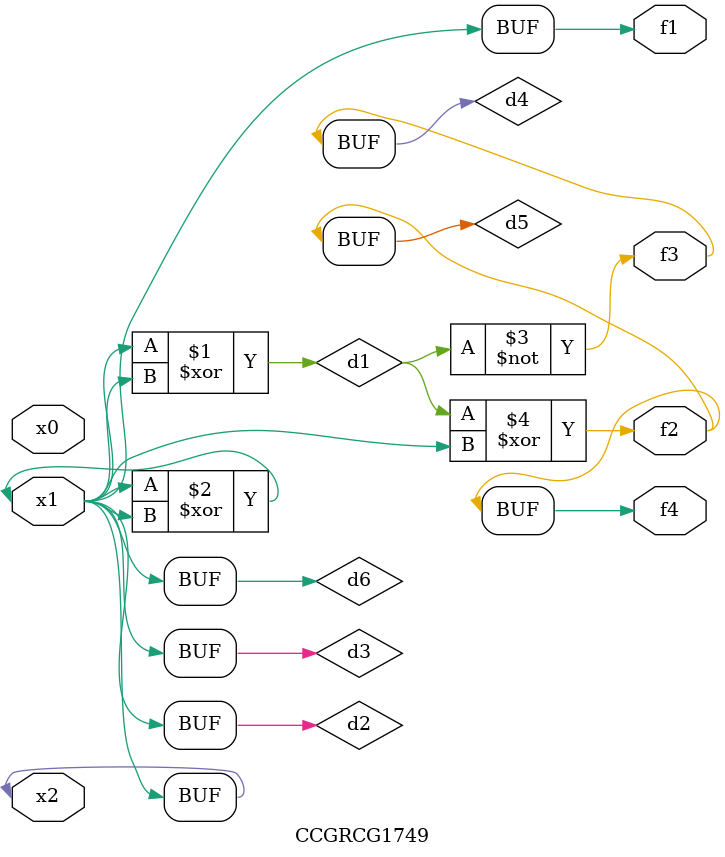
<source format=v>
module CCGRCG1749(
	input x0, x1, x2,
	output f1, f2, f3, f4
);

	wire d1, d2, d3, d4, d5, d6;

	xor (d1, x1, x2);
	buf (d2, x1, x2);
	xor (d3, x1, x2);
	nor (d4, d1);
	xor (d5, d1, d2);
	buf (d6, d2, d3);
	assign f1 = d6;
	assign f2 = d5;
	assign f3 = d4;
	assign f4 = d5;
endmodule

</source>
